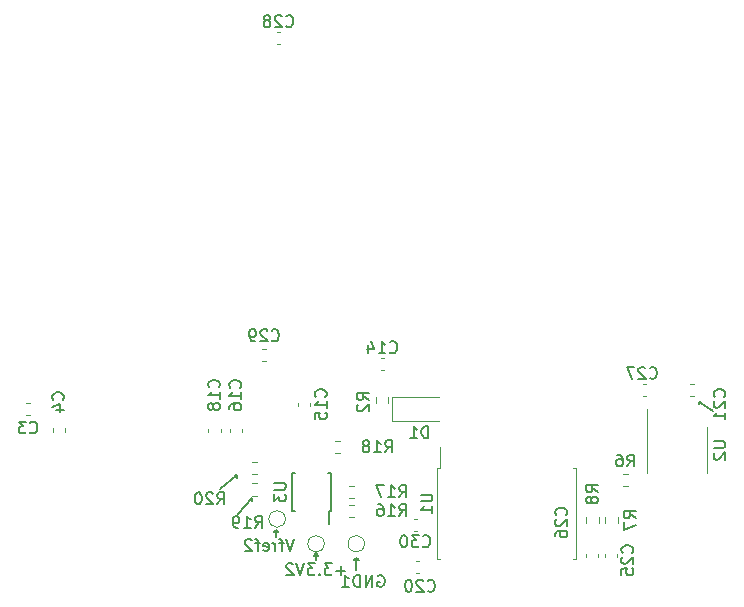
<source format=gbo>
%TF.GenerationSoftware,KiCad,Pcbnew,7.0.5*%
%TF.CreationDate,2023-08-04T21:05:34+03:00*%
%TF.ProjectId,ltp_kikad,6c74705f-6b69-46b6-9164-2e6b69636164,rev?*%
%TF.SameCoordinates,Original*%
%TF.FileFunction,Legend,Bot*%
%TF.FilePolarity,Positive*%
%FSLAX46Y46*%
G04 Gerber Fmt 4.6, Leading zero omitted, Abs format (unit mm)*
G04 Created by KiCad (PCBNEW 7.0.5) date 2023-08-04 21:05:34*
%MOMM*%
%LPD*%
G01*
G04 APERTURE LIST*
%ADD10C,0.150000*%
%ADD11C,0.120000*%
G04 APERTURE END LIST*
D10*
X152187000Y-105800000D02*
X152387000Y-106000000D01*
X143187000Y-100800000D02*
X143374500Y-100761250D01*
X142087000Y-98800000D02*
X142087000Y-99000000D01*
X143374500Y-100761250D02*
X143387000Y-101000000D01*
X142087000Y-99000000D02*
X141887000Y-98800000D01*
X151987000Y-106000000D02*
X152187000Y-105800000D01*
X181187000Y-92600000D02*
X181387000Y-92600000D01*
X143387000Y-101000000D02*
X143187000Y-100800000D01*
X152387000Y-106000000D02*
X151987000Y-106000000D01*
X148987000Y-105600000D02*
X148587000Y-105600000D01*
X141887000Y-98800000D02*
X142087000Y-98800000D01*
X142087000Y-98800000D02*
X140687000Y-100000000D01*
X181187000Y-92600000D02*
X181187000Y-92800000D01*
X148787000Y-105400000D02*
X148787000Y-106000000D01*
X181187000Y-92600000D02*
X182387000Y-93400000D01*
X145387000Y-103400000D02*
X145387000Y-104000000D01*
X145387000Y-104000000D02*
X145387000Y-103400000D01*
X148587000Y-105600000D02*
X148787000Y-105400000D01*
X181187000Y-92800000D02*
X181387000Y-92600000D01*
X145187000Y-103600000D02*
X145387000Y-103400000D01*
X152187000Y-106800000D02*
X152187000Y-105800000D01*
X148787000Y-105400000D02*
X148987000Y-105600000D01*
X145587000Y-103600000D02*
X145187000Y-103600000D01*
X143374500Y-100761250D02*
X142199500Y-102038750D01*
X145387000Y-103400000D02*
X145587000Y-103600000D01*
%TO.C,D1*%
X158275094Y-95654819D02*
X158275094Y-94654819D01*
X158275094Y-94654819D02*
X158036999Y-94654819D01*
X158036999Y-94654819D02*
X157894142Y-94702438D01*
X157894142Y-94702438D02*
X157798904Y-94797676D01*
X157798904Y-94797676D02*
X157751285Y-94892914D01*
X157751285Y-94892914D02*
X157703666Y-95083390D01*
X157703666Y-95083390D02*
X157703666Y-95226247D01*
X157703666Y-95226247D02*
X157751285Y-95416723D01*
X157751285Y-95416723D02*
X157798904Y-95511961D01*
X157798904Y-95511961D02*
X157894142Y-95607200D01*
X157894142Y-95607200D02*
X158036999Y-95654819D01*
X158036999Y-95654819D02*
X158275094Y-95654819D01*
X156751285Y-95654819D02*
X157322713Y-95654819D01*
X157036999Y-95654819D02*
X157036999Y-94654819D01*
X157036999Y-94654819D02*
X157132237Y-94797676D01*
X157132237Y-94797676D02*
X157227475Y-94892914D01*
X157227475Y-94892914D02*
X157322713Y-94940533D01*
%TO.C,U2*%
X182441819Y-95913095D02*
X183251342Y-95913095D01*
X183251342Y-95913095D02*
X183346580Y-95960714D01*
X183346580Y-95960714D02*
X183394200Y-96008333D01*
X183394200Y-96008333D02*
X183441819Y-96103571D01*
X183441819Y-96103571D02*
X183441819Y-96294047D01*
X183441819Y-96294047D02*
X183394200Y-96389285D01*
X183394200Y-96389285D02*
X183346580Y-96436904D01*
X183346580Y-96436904D02*
X183251342Y-96484523D01*
X183251342Y-96484523D02*
X182441819Y-96484523D01*
X182537057Y-96913095D02*
X182489438Y-96960714D01*
X182489438Y-96960714D02*
X182441819Y-97055952D01*
X182441819Y-97055952D02*
X182441819Y-97294047D01*
X182441819Y-97294047D02*
X182489438Y-97389285D01*
X182489438Y-97389285D02*
X182537057Y-97436904D01*
X182537057Y-97436904D02*
X182632295Y-97484523D01*
X182632295Y-97484523D02*
X182727533Y-97484523D01*
X182727533Y-97484523D02*
X182870390Y-97436904D01*
X182870390Y-97436904D02*
X183441819Y-96865476D01*
X183441819Y-96865476D02*
X183441819Y-97484523D01*
%TO.C,C25*%
X175546580Y-105357142D02*
X175594200Y-105309523D01*
X175594200Y-105309523D02*
X175641819Y-105166666D01*
X175641819Y-105166666D02*
X175641819Y-105071428D01*
X175641819Y-105071428D02*
X175594200Y-104928571D01*
X175594200Y-104928571D02*
X175498961Y-104833333D01*
X175498961Y-104833333D02*
X175403723Y-104785714D01*
X175403723Y-104785714D02*
X175213247Y-104738095D01*
X175213247Y-104738095D02*
X175070390Y-104738095D01*
X175070390Y-104738095D02*
X174879914Y-104785714D01*
X174879914Y-104785714D02*
X174784676Y-104833333D01*
X174784676Y-104833333D02*
X174689438Y-104928571D01*
X174689438Y-104928571D02*
X174641819Y-105071428D01*
X174641819Y-105071428D02*
X174641819Y-105166666D01*
X174641819Y-105166666D02*
X174689438Y-105309523D01*
X174689438Y-105309523D02*
X174737057Y-105357142D01*
X174737057Y-105738095D02*
X174689438Y-105785714D01*
X174689438Y-105785714D02*
X174641819Y-105880952D01*
X174641819Y-105880952D02*
X174641819Y-106119047D01*
X174641819Y-106119047D02*
X174689438Y-106214285D01*
X174689438Y-106214285D02*
X174737057Y-106261904D01*
X174737057Y-106261904D02*
X174832295Y-106309523D01*
X174832295Y-106309523D02*
X174927533Y-106309523D01*
X174927533Y-106309523D02*
X175070390Y-106261904D01*
X175070390Y-106261904D02*
X175641819Y-105690476D01*
X175641819Y-105690476D02*
X175641819Y-106309523D01*
X174641819Y-107214285D02*
X174641819Y-106738095D01*
X174641819Y-106738095D02*
X175118009Y-106690476D01*
X175118009Y-106690476D02*
X175070390Y-106738095D01*
X175070390Y-106738095D02*
X175022771Y-106833333D01*
X175022771Y-106833333D02*
X175022771Y-107071428D01*
X175022771Y-107071428D02*
X175070390Y-107166666D01*
X175070390Y-107166666D02*
X175118009Y-107214285D01*
X175118009Y-107214285D02*
X175213247Y-107261904D01*
X175213247Y-107261904D02*
X175451342Y-107261904D01*
X175451342Y-107261904D02*
X175546580Y-107214285D01*
X175546580Y-107214285D02*
X175594200Y-107166666D01*
X175594200Y-107166666D02*
X175641819Y-107071428D01*
X175641819Y-107071428D02*
X175641819Y-106833333D01*
X175641819Y-106833333D02*
X175594200Y-106738095D01*
X175594200Y-106738095D02*
X175546580Y-106690476D01*
%TO.C,C15*%
X149576580Y-92157142D02*
X149624200Y-92109523D01*
X149624200Y-92109523D02*
X149671819Y-91966666D01*
X149671819Y-91966666D02*
X149671819Y-91871428D01*
X149671819Y-91871428D02*
X149624200Y-91728571D01*
X149624200Y-91728571D02*
X149528961Y-91633333D01*
X149528961Y-91633333D02*
X149433723Y-91585714D01*
X149433723Y-91585714D02*
X149243247Y-91538095D01*
X149243247Y-91538095D02*
X149100390Y-91538095D01*
X149100390Y-91538095D02*
X148909914Y-91585714D01*
X148909914Y-91585714D02*
X148814676Y-91633333D01*
X148814676Y-91633333D02*
X148719438Y-91728571D01*
X148719438Y-91728571D02*
X148671819Y-91871428D01*
X148671819Y-91871428D02*
X148671819Y-91966666D01*
X148671819Y-91966666D02*
X148719438Y-92109523D01*
X148719438Y-92109523D02*
X148767057Y-92157142D01*
X149671819Y-93109523D02*
X149671819Y-92538095D01*
X149671819Y-92823809D02*
X148671819Y-92823809D01*
X148671819Y-92823809D02*
X148814676Y-92728571D01*
X148814676Y-92728571D02*
X148909914Y-92633333D01*
X148909914Y-92633333D02*
X148957533Y-92538095D01*
X148671819Y-94014285D02*
X148671819Y-93538095D01*
X148671819Y-93538095D02*
X149148009Y-93490476D01*
X149148009Y-93490476D02*
X149100390Y-93538095D01*
X149100390Y-93538095D02*
X149052771Y-93633333D01*
X149052771Y-93633333D02*
X149052771Y-93871428D01*
X149052771Y-93871428D02*
X149100390Y-93966666D01*
X149100390Y-93966666D02*
X149148009Y-94014285D01*
X149148009Y-94014285D02*
X149243247Y-94061904D01*
X149243247Y-94061904D02*
X149481342Y-94061904D01*
X149481342Y-94061904D02*
X149576580Y-94014285D01*
X149576580Y-94014285D02*
X149624200Y-93966666D01*
X149624200Y-93966666D02*
X149671819Y-93871428D01*
X149671819Y-93871428D02*
X149671819Y-93633333D01*
X149671819Y-93633333D02*
X149624200Y-93538095D01*
X149624200Y-93538095D02*
X149576580Y-93490476D01*
%TO.C,C14*%
X155029857Y-88359580D02*
X155077476Y-88407200D01*
X155077476Y-88407200D02*
X155220333Y-88454819D01*
X155220333Y-88454819D02*
X155315571Y-88454819D01*
X155315571Y-88454819D02*
X155458428Y-88407200D01*
X155458428Y-88407200D02*
X155553666Y-88311961D01*
X155553666Y-88311961D02*
X155601285Y-88216723D01*
X155601285Y-88216723D02*
X155648904Y-88026247D01*
X155648904Y-88026247D02*
X155648904Y-87883390D01*
X155648904Y-87883390D02*
X155601285Y-87692914D01*
X155601285Y-87692914D02*
X155553666Y-87597676D01*
X155553666Y-87597676D02*
X155458428Y-87502438D01*
X155458428Y-87502438D02*
X155315571Y-87454819D01*
X155315571Y-87454819D02*
X155220333Y-87454819D01*
X155220333Y-87454819D02*
X155077476Y-87502438D01*
X155077476Y-87502438D02*
X155029857Y-87550057D01*
X154077476Y-88454819D02*
X154648904Y-88454819D01*
X154363190Y-88454819D02*
X154363190Y-87454819D01*
X154363190Y-87454819D02*
X154458428Y-87597676D01*
X154458428Y-87597676D02*
X154553666Y-87692914D01*
X154553666Y-87692914D02*
X154648904Y-87740533D01*
X153220333Y-87788152D02*
X153220333Y-88454819D01*
X153458428Y-87407200D02*
X153696523Y-88121485D01*
X153696523Y-88121485D02*
X153077476Y-88121485D01*
%TO.C,C28*%
X146254857Y-60759580D02*
X146302476Y-60807200D01*
X146302476Y-60807200D02*
X146445333Y-60854819D01*
X146445333Y-60854819D02*
X146540571Y-60854819D01*
X146540571Y-60854819D02*
X146683428Y-60807200D01*
X146683428Y-60807200D02*
X146778666Y-60711961D01*
X146778666Y-60711961D02*
X146826285Y-60616723D01*
X146826285Y-60616723D02*
X146873904Y-60426247D01*
X146873904Y-60426247D02*
X146873904Y-60283390D01*
X146873904Y-60283390D02*
X146826285Y-60092914D01*
X146826285Y-60092914D02*
X146778666Y-59997676D01*
X146778666Y-59997676D02*
X146683428Y-59902438D01*
X146683428Y-59902438D02*
X146540571Y-59854819D01*
X146540571Y-59854819D02*
X146445333Y-59854819D01*
X146445333Y-59854819D02*
X146302476Y-59902438D01*
X146302476Y-59902438D02*
X146254857Y-59950057D01*
X145873904Y-59950057D02*
X145826285Y-59902438D01*
X145826285Y-59902438D02*
X145731047Y-59854819D01*
X145731047Y-59854819D02*
X145492952Y-59854819D01*
X145492952Y-59854819D02*
X145397714Y-59902438D01*
X145397714Y-59902438D02*
X145350095Y-59950057D01*
X145350095Y-59950057D02*
X145302476Y-60045295D01*
X145302476Y-60045295D02*
X145302476Y-60140533D01*
X145302476Y-60140533D02*
X145350095Y-60283390D01*
X145350095Y-60283390D02*
X145921523Y-60854819D01*
X145921523Y-60854819D02*
X145302476Y-60854819D01*
X144731047Y-60283390D02*
X144826285Y-60235771D01*
X144826285Y-60235771D02*
X144873904Y-60188152D01*
X144873904Y-60188152D02*
X144921523Y-60092914D01*
X144921523Y-60092914D02*
X144921523Y-60045295D01*
X144921523Y-60045295D02*
X144873904Y-59950057D01*
X144873904Y-59950057D02*
X144826285Y-59902438D01*
X144826285Y-59902438D02*
X144731047Y-59854819D01*
X144731047Y-59854819D02*
X144540571Y-59854819D01*
X144540571Y-59854819D02*
X144445333Y-59902438D01*
X144445333Y-59902438D02*
X144397714Y-59950057D01*
X144397714Y-59950057D02*
X144350095Y-60045295D01*
X144350095Y-60045295D02*
X144350095Y-60092914D01*
X144350095Y-60092914D02*
X144397714Y-60188152D01*
X144397714Y-60188152D02*
X144445333Y-60235771D01*
X144445333Y-60235771D02*
X144540571Y-60283390D01*
X144540571Y-60283390D02*
X144731047Y-60283390D01*
X144731047Y-60283390D02*
X144826285Y-60331009D01*
X144826285Y-60331009D02*
X144873904Y-60378628D01*
X144873904Y-60378628D02*
X144921523Y-60473866D01*
X144921523Y-60473866D02*
X144921523Y-60664342D01*
X144921523Y-60664342D02*
X144873904Y-60759580D01*
X144873904Y-60759580D02*
X144826285Y-60807200D01*
X144826285Y-60807200D02*
X144731047Y-60854819D01*
X144731047Y-60854819D02*
X144540571Y-60854819D01*
X144540571Y-60854819D02*
X144445333Y-60807200D01*
X144445333Y-60807200D02*
X144397714Y-60759580D01*
X144397714Y-60759580D02*
X144350095Y-60664342D01*
X144350095Y-60664342D02*
X144350095Y-60473866D01*
X144350095Y-60473866D02*
X144397714Y-60378628D01*
X144397714Y-60378628D02*
X144445333Y-60331009D01*
X144445333Y-60331009D02*
X144540571Y-60283390D01*
%TO.C,R6*%
X175153666Y-98054819D02*
X175486999Y-97578628D01*
X175725094Y-98054819D02*
X175725094Y-97054819D01*
X175725094Y-97054819D02*
X175344142Y-97054819D01*
X175344142Y-97054819D02*
X175248904Y-97102438D01*
X175248904Y-97102438D02*
X175201285Y-97150057D01*
X175201285Y-97150057D02*
X175153666Y-97245295D01*
X175153666Y-97245295D02*
X175153666Y-97388152D01*
X175153666Y-97388152D02*
X175201285Y-97483390D01*
X175201285Y-97483390D02*
X175248904Y-97531009D01*
X175248904Y-97531009D02*
X175344142Y-97578628D01*
X175344142Y-97578628D02*
X175725094Y-97578628D01*
X174296523Y-97054819D02*
X174486999Y-97054819D01*
X174486999Y-97054819D02*
X174582237Y-97102438D01*
X174582237Y-97102438D02*
X174629856Y-97150057D01*
X174629856Y-97150057D02*
X174725094Y-97292914D01*
X174725094Y-97292914D02*
X174772713Y-97483390D01*
X174772713Y-97483390D02*
X174772713Y-97864342D01*
X174772713Y-97864342D02*
X174725094Y-97959580D01*
X174725094Y-97959580D02*
X174677475Y-98007200D01*
X174677475Y-98007200D02*
X174582237Y-98054819D01*
X174582237Y-98054819D02*
X174391761Y-98054819D01*
X174391761Y-98054819D02*
X174296523Y-98007200D01*
X174296523Y-98007200D02*
X174248904Y-97959580D01*
X174248904Y-97959580D02*
X174201285Y-97864342D01*
X174201285Y-97864342D02*
X174201285Y-97626247D01*
X174201285Y-97626247D02*
X174248904Y-97531009D01*
X174248904Y-97531009D02*
X174296523Y-97483390D01*
X174296523Y-97483390D02*
X174391761Y-97435771D01*
X174391761Y-97435771D02*
X174582237Y-97435771D01*
X174582237Y-97435771D02*
X174677475Y-97483390D01*
X174677475Y-97483390D02*
X174725094Y-97531009D01*
X174725094Y-97531009D02*
X174772713Y-97626247D01*
%TO.C,C27*%
X177029857Y-90559580D02*
X177077476Y-90607200D01*
X177077476Y-90607200D02*
X177220333Y-90654819D01*
X177220333Y-90654819D02*
X177315571Y-90654819D01*
X177315571Y-90654819D02*
X177458428Y-90607200D01*
X177458428Y-90607200D02*
X177553666Y-90511961D01*
X177553666Y-90511961D02*
X177601285Y-90416723D01*
X177601285Y-90416723D02*
X177648904Y-90226247D01*
X177648904Y-90226247D02*
X177648904Y-90083390D01*
X177648904Y-90083390D02*
X177601285Y-89892914D01*
X177601285Y-89892914D02*
X177553666Y-89797676D01*
X177553666Y-89797676D02*
X177458428Y-89702438D01*
X177458428Y-89702438D02*
X177315571Y-89654819D01*
X177315571Y-89654819D02*
X177220333Y-89654819D01*
X177220333Y-89654819D02*
X177077476Y-89702438D01*
X177077476Y-89702438D02*
X177029857Y-89750057D01*
X176648904Y-89750057D02*
X176601285Y-89702438D01*
X176601285Y-89702438D02*
X176506047Y-89654819D01*
X176506047Y-89654819D02*
X176267952Y-89654819D01*
X176267952Y-89654819D02*
X176172714Y-89702438D01*
X176172714Y-89702438D02*
X176125095Y-89750057D01*
X176125095Y-89750057D02*
X176077476Y-89845295D01*
X176077476Y-89845295D02*
X176077476Y-89940533D01*
X176077476Y-89940533D02*
X176125095Y-90083390D01*
X176125095Y-90083390D02*
X176696523Y-90654819D01*
X176696523Y-90654819D02*
X176077476Y-90654819D01*
X175744142Y-89654819D02*
X175077476Y-89654819D01*
X175077476Y-89654819D02*
X175506047Y-90654819D01*
%TO.C,Vfref2*%
X146906047Y-104204819D02*
X146572714Y-105204819D01*
X146572714Y-105204819D02*
X146239381Y-104204819D01*
X146048904Y-104538152D02*
X145667952Y-104538152D01*
X145906047Y-105204819D02*
X145906047Y-104347676D01*
X145906047Y-104347676D02*
X145858428Y-104252438D01*
X145858428Y-104252438D02*
X145763190Y-104204819D01*
X145763190Y-104204819D02*
X145667952Y-104204819D01*
X145334618Y-105204819D02*
X145334618Y-104538152D01*
X145334618Y-104728628D02*
X145286999Y-104633390D01*
X145286999Y-104633390D02*
X145239380Y-104585771D01*
X145239380Y-104585771D02*
X145144142Y-104538152D01*
X145144142Y-104538152D02*
X145048904Y-104538152D01*
X144334618Y-105157200D02*
X144429856Y-105204819D01*
X144429856Y-105204819D02*
X144620332Y-105204819D01*
X144620332Y-105204819D02*
X144715570Y-105157200D01*
X144715570Y-105157200D02*
X144763189Y-105061961D01*
X144763189Y-105061961D02*
X144763189Y-104681009D01*
X144763189Y-104681009D02*
X144715570Y-104585771D01*
X144715570Y-104585771D02*
X144620332Y-104538152D01*
X144620332Y-104538152D02*
X144429856Y-104538152D01*
X144429856Y-104538152D02*
X144334618Y-104585771D01*
X144334618Y-104585771D02*
X144286999Y-104681009D01*
X144286999Y-104681009D02*
X144286999Y-104776247D01*
X144286999Y-104776247D02*
X144763189Y-104871485D01*
X144001284Y-104538152D02*
X143620332Y-104538152D01*
X143858427Y-105204819D02*
X143858427Y-104347676D01*
X143858427Y-104347676D02*
X143810808Y-104252438D01*
X143810808Y-104252438D02*
X143715570Y-104204819D01*
X143715570Y-104204819D02*
X143620332Y-104204819D01*
X143334617Y-104300057D02*
X143286998Y-104252438D01*
X143286998Y-104252438D02*
X143191760Y-104204819D01*
X143191760Y-104204819D02*
X142953665Y-104204819D01*
X142953665Y-104204819D02*
X142858427Y-104252438D01*
X142858427Y-104252438D02*
X142810808Y-104300057D01*
X142810808Y-104300057D02*
X142763189Y-104395295D01*
X142763189Y-104395295D02*
X142763189Y-104490533D01*
X142763189Y-104490533D02*
X142810808Y-104633390D01*
X142810808Y-104633390D02*
X143382236Y-105204819D01*
X143382236Y-105204819D02*
X142763189Y-105204819D01*
%TO.C,+3.3V2*%
X151263189Y-106873866D02*
X150501285Y-106873866D01*
X150882237Y-107254819D02*
X150882237Y-106492914D01*
X150120332Y-106254819D02*
X149501285Y-106254819D01*
X149501285Y-106254819D02*
X149834618Y-106635771D01*
X149834618Y-106635771D02*
X149691761Y-106635771D01*
X149691761Y-106635771D02*
X149596523Y-106683390D01*
X149596523Y-106683390D02*
X149548904Y-106731009D01*
X149548904Y-106731009D02*
X149501285Y-106826247D01*
X149501285Y-106826247D02*
X149501285Y-107064342D01*
X149501285Y-107064342D02*
X149548904Y-107159580D01*
X149548904Y-107159580D02*
X149596523Y-107207200D01*
X149596523Y-107207200D02*
X149691761Y-107254819D01*
X149691761Y-107254819D02*
X149977475Y-107254819D01*
X149977475Y-107254819D02*
X150072713Y-107207200D01*
X150072713Y-107207200D02*
X150120332Y-107159580D01*
X149072713Y-107159580D02*
X149025094Y-107207200D01*
X149025094Y-107207200D02*
X149072713Y-107254819D01*
X149072713Y-107254819D02*
X149120332Y-107207200D01*
X149120332Y-107207200D02*
X149072713Y-107159580D01*
X149072713Y-107159580D02*
X149072713Y-107254819D01*
X148691761Y-106254819D02*
X148072714Y-106254819D01*
X148072714Y-106254819D02*
X148406047Y-106635771D01*
X148406047Y-106635771D02*
X148263190Y-106635771D01*
X148263190Y-106635771D02*
X148167952Y-106683390D01*
X148167952Y-106683390D02*
X148120333Y-106731009D01*
X148120333Y-106731009D02*
X148072714Y-106826247D01*
X148072714Y-106826247D02*
X148072714Y-107064342D01*
X148072714Y-107064342D02*
X148120333Y-107159580D01*
X148120333Y-107159580D02*
X148167952Y-107207200D01*
X148167952Y-107207200D02*
X148263190Y-107254819D01*
X148263190Y-107254819D02*
X148548904Y-107254819D01*
X148548904Y-107254819D02*
X148644142Y-107207200D01*
X148644142Y-107207200D02*
X148691761Y-107159580D01*
X147786999Y-106254819D02*
X147453666Y-107254819D01*
X147453666Y-107254819D02*
X147120333Y-106254819D01*
X146834618Y-106350057D02*
X146786999Y-106302438D01*
X146786999Y-106302438D02*
X146691761Y-106254819D01*
X146691761Y-106254819D02*
X146453666Y-106254819D01*
X146453666Y-106254819D02*
X146358428Y-106302438D01*
X146358428Y-106302438D02*
X146310809Y-106350057D01*
X146310809Y-106350057D02*
X146263190Y-106445295D01*
X146263190Y-106445295D02*
X146263190Y-106540533D01*
X146263190Y-106540533D02*
X146310809Y-106683390D01*
X146310809Y-106683390D02*
X146882237Y-107254819D01*
X146882237Y-107254819D02*
X146263190Y-107254819D01*
%TO.C,R17*%
X155829857Y-100654819D02*
X156163190Y-100178628D01*
X156401285Y-100654819D02*
X156401285Y-99654819D01*
X156401285Y-99654819D02*
X156020333Y-99654819D01*
X156020333Y-99654819D02*
X155925095Y-99702438D01*
X155925095Y-99702438D02*
X155877476Y-99750057D01*
X155877476Y-99750057D02*
X155829857Y-99845295D01*
X155829857Y-99845295D02*
X155829857Y-99988152D01*
X155829857Y-99988152D02*
X155877476Y-100083390D01*
X155877476Y-100083390D02*
X155925095Y-100131009D01*
X155925095Y-100131009D02*
X156020333Y-100178628D01*
X156020333Y-100178628D02*
X156401285Y-100178628D01*
X154877476Y-100654819D02*
X155448904Y-100654819D01*
X155163190Y-100654819D02*
X155163190Y-99654819D01*
X155163190Y-99654819D02*
X155258428Y-99797676D01*
X155258428Y-99797676D02*
X155353666Y-99892914D01*
X155353666Y-99892914D02*
X155448904Y-99940533D01*
X154544142Y-99654819D02*
X153877476Y-99654819D01*
X153877476Y-99654819D02*
X154306047Y-100654819D01*
%TO.C,C29*%
X145029857Y-87359580D02*
X145077476Y-87407200D01*
X145077476Y-87407200D02*
X145220333Y-87454819D01*
X145220333Y-87454819D02*
X145315571Y-87454819D01*
X145315571Y-87454819D02*
X145458428Y-87407200D01*
X145458428Y-87407200D02*
X145553666Y-87311961D01*
X145553666Y-87311961D02*
X145601285Y-87216723D01*
X145601285Y-87216723D02*
X145648904Y-87026247D01*
X145648904Y-87026247D02*
X145648904Y-86883390D01*
X145648904Y-86883390D02*
X145601285Y-86692914D01*
X145601285Y-86692914D02*
X145553666Y-86597676D01*
X145553666Y-86597676D02*
X145458428Y-86502438D01*
X145458428Y-86502438D02*
X145315571Y-86454819D01*
X145315571Y-86454819D02*
X145220333Y-86454819D01*
X145220333Y-86454819D02*
X145077476Y-86502438D01*
X145077476Y-86502438D02*
X145029857Y-86550057D01*
X144648904Y-86550057D02*
X144601285Y-86502438D01*
X144601285Y-86502438D02*
X144506047Y-86454819D01*
X144506047Y-86454819D02*
X144267952Y-86454819D01*
X144267952Y-86454819D02*
X144172714Y-86502438D01*
X144172714Y-86502438D02*
X144125095Y-86550057D01*
X144125095Y-86550057D02*
X144077476Y-86645295D01*
X144077476Y-86645295D02*
X144077476Y-86740533D01*
X144077476Y-86740533D02*
X144125095Y-86883390D01*
X144125095Y-86883390D02*
X144696523Y-87454819D01*
X144696523Y-87454819D02*
X144077476Y-87454819D01*
X143601285Y-87454819D02*
X143410809Y-87454819D01*
X143410809Y-87454819D02*
X143315571Y-87407200D01*
X143315571Y-87407200D02*
X143267952Y-87359580D01*
X143267952Y-87359580D02*
X143172714Y-87216723D01*
X143172714Y-87216723D02*
X143125095Y-87026247D01*
X143125095Y-87026247D02*
X143125095Y-86645295D01*
X143125095Y-86645295D02*
X143172714Y-86550057D01*
X143172714Y-86550057D02*
X143220333Y-86502438D01*
X143220333Y-86502438D02*
X143315571Y-86454819D01*
X143315571Y-86454819D02*
X143506047Y-86454819D01*
X143506047Y-86454819D02*
X143601285Y-86502438D01*
X143601285Y-86502438D02*
X143648904Y-86550057D01*
X143648904Y-86550057D02*
X143696523Y-86645295D01*
X143696523Y-86645295D02*
X143696523Y-86883390D01*
X143696523Y-86883390D02*
X143648904Y-86978628D01*
X143648904Y-86978628D02*
X143601285Y-87026247D01*
X143601285Y-87026247D02*
X143506047Y-87073866D01*
X143506047Y-87073866D02*
X143315571Y-87073866D01*
X143315571Y-87073866D02*
X143220333Y-87026247D01*
X143220333Y-87026247D02*
X143172714Y-86978628D01*
X143172714Y-86978628D02*
X143125095Y-86883390D01*
%TO.C,C16*%
X142346580Y-91382142D02*
X142394200Y-91334523D01*
X142394200Y-91334523D02*
X142441819Y-91191666D01*
X142441819Y-91191666D02*
X142441819Y-91096428D01*
X142441819Y-91096428D02*
X142394200Y-90953571D01*
X142394200Y-90953571D02*
X142298961Y-90858333D01*
X142298961Y-90858333D02*
X142203723Y-90810714D01*
X142203723Y-90810714D02*
X142013247Y-90763095D01*
X142013247Y-90763095D02*
X141870390Y-90763095D01*
X141870390Y-90763095D02*
X141679914Y-90810714D01*
X141679914Y-90810714D02*
X141584676Y-90858333D01*
X141584676Y-90858333D02*
X141489438Y-90953571D01*
X141489438Y-90953571D02*
X141441819Y-91096428D01*
X141441819Y-91096428D02*
X141441819Y-91191666D01*
X141441819Y-91191666D02*
X141489438Y-91334523D01*
X141489438Y-91334523D02*
X141537057Y-91382142D01*
X142441819Y-92334523D02*
X142441819Y-91763095D01*
X142441819Y-92048809D02*
X141441819Y-92048809D01*
X141441819Y-92048809D02*
X141584676Y-91953571D01*
X141584676Y-91953571D02*
X141679914Y-91858333D01*
X141679914Y-91858333D02*
X141727533Y-91763095D01*
X141441819Y-93191666D02*
X141441819Y-93001190D01*
X141441819Y-93001190D02*
X141489438Y-92905952D01*
X141489438Y-92905952D02*
X141537057Y-92858333D01*
X141537057Y-92858333D02*
X141679914Y-92763095D01*
X141679914Y-92763095D02*
X141870390Y-92715476D01*
X141870390Y-92715476D02*
X142251342Y-92715476D01*
X142251342Y-92715476D02*
X142346580Y-92763095D01*
X142346580Y-92763095D02*
X142394200Y-92810714D01*
X142394200Y-92810714D02*
X142441819Y-92905952D01*
X142441819Y-92905952D02*
X142441819Y-93096428D01*
X142441819Y-93096428D02*
X142394200Y-93191666D01*
X142394200Y-93191666D02*
X142346580Y-93239285D01*
X142346580Y-93239285D02*
X142251342Y-93286904D01*
X142251342Y-93286904D02*
X142013247Y-93286904D01*
X142013247Y-93286904D02*
X141918009Y-93239285D01*
X141918009Y-93239285D02*
X141870390Y-93191666D01*
X141870390Y-93191666D02*
X141822771Y-93096428D01*
X141822771Y-93096428D02*
X141822771Y-92905952D01*
X141822771Y-92905952D02*
X141870390Y-92810714D01*
X141870390Y-92810714D02*
X141918009Y-92763095D01*
X141918009Y-92763095D02*
X142013247Y-92715476D01*
%TO.C,R20*%
X140429857Y-101254819D02*
X140763190Y-100778628D01*
X141001285Y-101254819D02*
X141001285Y-100254819D01*
X141001285Y-100254819D02*
X140620333Y-100254819D01*
X140620333Y-100254819D02*
X140525095Y-100302438D01*
X140525095Y-100302438D02*
X140477476Y-100350057D01*
X140477476Y-100350057D02*
X140429857Y-100445295D01*
X140429857Y-100445295D02*
X140429857Y-100588152D01*
X140429857Y-100588152D02*
X140477476Y-100683390D01*
X140477476Y-100683390D02*
X140525095Y-100731009D01*
X140525095Y-100731009D02*
X140620333Y-100778628D01*
X140620333Y-100778628D02*
X141001285Y-100778628D01*
X140048904Y-100350057D02*
X140001285Y-100302438D01*
X140001285Y-100302438D02*
X139906047Y-100254819D01*
X139906047Y-100254819D02*
X139667952Y-100254819D01*
X139667952Y-100254819D02*
X139572714Y-100302438D01*
X139572714Y-100302438D02*
X139525095Y-100350057D01*
X139525095Y-100350057D02*
X139477476Y-100445295D01*
X139477476Y-100445295D02*
X139477476Y-100540533D01*
X139477476Y-100540533D02*
X139525095Y-100683390D01*
X139525095Y-100683390D02*
X140096523Y-101254819D01*
X140096523Y-101254819D02*
X139477476Y-101254819D01*
X138858428Y-100254819D02*
X138763190Y-100254819D01*
X138763190Y-100254819D02*
X138667952Y-100302438D01*
X138667952Y-100302438D02*
X138620333Y-100350057D01*
X138620333Y-100350057D02*
X138572714Y-100445295D01*
X138572714Y-100445295D02*
X138525095Y-100635771D01*
X138525095Y-100635771D02*
X138525095Y-100873866D01*
X138525095Y-100873866D02*
X138572714Y-101064342D01*
X138572714Y-101064342D02*
X138620333Y-101159580D01*
X138620333Y-101159580D02*
X138667952Y-101207200D01*
X138667952Y-101207200D02*
X138763190Y-101254819D01*
X138763190Y-101254819D02*
X138858428Y-101254819D01*
X138858428Y-101254819D02*
X138953666Y-101207200D01*
X138953666Y-101207200D02*
X139001285Y-101159580D01*
X139001285Y-101159580D02*
X139048904Y-101064342D01*
X139048904Y-101064342D02*
X139096523Y-100873866D01*
X139096523Y-100873866D02*
X139096523Y-100635771D01*
X139096523Y-100635771D02*
X139048904Y-100445295D01*
X139048904Y-100445295D02*
X139001285Y-100350057D01*
X139001285Y-100350057D02*
X138953666Y-100302438D01*
X138953666Y-100302438D02*
X138858428Y-100254819D01*
%TO.C,C30*%
X157829857Y-104789580D02*
X157877476Y-104837200D01*
X157877476Y-104837200D02*
X158020333Y-104884819D01*
X158020333Y-104884819D02*
X158115571Y-104884819D01*
X158115571Y-104884819D02*
X158258428Y-104837200D01*
X158258428Y-104837200D02*
X158353666Y-104741961D01*
X158353666Y-104741961D02*
X158401285Y-104646723D01*
X158401285Y-104646723D02*
X158448904Y-104456247D01*
X158448904Y-104456247D02*
X158448904Y-104313390D01*
X158448904Y-104313390D02*
X158401285Y-104122914D01*
X158401285Y-104122914D02*
X158353666Y-104027676D01*
X158353666Y-104027676D02*
X158258428Y-103932438D01*
X158258428Y-103932438D02*
X158115571Y-103884819D01*
X158115571Y-103884819D02*
X158020333Y-103884819D01*
X158020333Y-103884819D02*
X157877476Y-103932438D01*
X157877476Y-103932438D02*
X157829857Y-103980057D01*
X157496523Y-103884819D02*
X156877476Y-103884819D01*
X156877476Y-103884819D02*
X157210809Y-104265771D01*
X157210809Y-104265771D02*
X157067952Y-104265771D01*
X157067952Y-104265771D02*
X156972714Y-104313390D01*
X156972714Y-104313390D02*
X156925095Y-104361009D01*
X156925095Y-104361009D02*
X156877476Y-104456247D01*
X156877476Y-104456247D02*
X156877476Y-104694342D01*
X156877476Y-104694342D02*
X156925095Y-104789580D01*
X156925095Y-104789580D02*
X156972714Y-104837200D01*
X156972714Y-104837200D02*
X157067952Y-104884819D01*
X157067952Y-104884819D02*
X157353666Y-104884819D01*
X157353666Y-104884819D02*
X157448904Y-104837200D01*
X157448904Y-104837200D02*
X157496523Y-104789580D01*
X156258428Y-103884819D02*
X156163190Y-103884819D01*
X156163190Y-103884819D02*
X156067952Y-103932438D01*
X156067952Y-103932438D02*
X156020333Y-103980057D01*
X156020333Y-103980057D02*
X155972714Y-104075295D01*
X155972714Y-104075295D02*
X155925095Y-104265771D01*
X155925095Y-104265771D02*
X155925095Y-104503866D01*
X155925095Y-104503866D02*
X155972714Y-104694342D01*
X155972714Y-104694342D02*
X156020333Y-104789580D01*
X156020333Y-104789580D02*
X156067952Y-104837200D01*
X156067952Y-104837200D02*
X156163190Y-104884819D01*
X156163190Y-104884819D02*
X156258428Y-104884819D01*
X156258428Y-104884819D02*
X156353666Y-104837200D01*
X156353666Y-104837200D02*
X156401285Y-104789580D01*
X156401285Y-104789580D02*
X156448904Y-104694342D01*
X156448904Y-104694342D02*
X156496523Y-104503866D01*
X156496523Y-104503866D02*
X156496523Y-104265771D01*
X156496523Y-104265771D02*
X156448904Y-104075295D01*
X156448904Y-104075295D02*
X156401285Y-103980057D01*
X156401285Y-103980057D02*
X156353666Y-103932438D01*
X156353666Y-103932438D02*
X156258428Y-103884819D01*
%TO.C,R18*%
X154629857Y-96854819D02*
X154963190Y-96378628D01*
X155201285Y-96854819D02*
X155201285Y-95854819D01*
X155201285Y-95854819D02*
X154820333Y-95854819D01*
X154820333Y-95854819D02*
X154725095Y-95902438D01*
X154725095Y-95902438D02*
X154677476Y-95950057D01*
X154677476Y-95950057D02*
X154629857Y-96045295D01*
X154629857Y-96045295D02*
X154629857Y-96188152D01*
X154629857Y-96188152D02*
X154677476Y-96283390D01*
X154677476Y-96283390D02*
X154725095Y-96331009D01*
X154725095Y-96331009D02*
X154820333Y-96378628D01*
X154820333Y-96378628D02*
X155201285Y-96378628D01*
X153677476Y-96854819D02*
X154248904Y-96854819D01*
X153963190Y-96854819D02*
X153963190Y-95854819D01*
X153963190Y-95854819D02*
X154058428Y-95997676D01*
X154058428Y-95997676D02*
X154153666Y-96092914D01*
X154153666Y-96092914D02*
X154248904Y-96140533D01*
X153106047Y-96283390D02*
X153201285Y-96235771D01*
X153201285Y-96235771D02*
X153248904Y-96188152D01*
X153248904Y-96188152D02*
X153296523Y-96092914D01*
X153296523Y-96092914D02*
X153296523Y-96045295D01*
X153296523Y-96045295D02*
X153248904Y-95950057D01*
X153248904Y-95950057D02*
X153201285Y-95902438D01*
X153201285Y-95902438D02*
X153106047Y-95854819D01*
X153106047Y-95854819D02*
X152915571Y-95854819D01*
X152915571Y-95854819D02*
X152820333Y-95902438D01*
X152820333Y-95902438D02*
X152772714Y-95950057D01*
X152772714Y-95950057D02*
X152725095Y-96045295D01*
X152725095Y-96045295D02*
X152725095Y-96092914D01*
X152725095Y-96092914D02*
X152772714Y-96188152D01*
X152772714Y-96188152D02*
X152820333Y-96235771D01*
X152820333Y-96235771D02*
X152915571Y-96283390D01*
X152915571Y-96283390D02*
X153106047Y-96283390D01*
X153106047Y-96283390D02*
X153201285Y-96331009D01*
X153201285Y-96331009D02*
X153248904Y-96378628D01*
X153248904Y-96378628D02*
X153296523Y-96473866D01*
X153296523Y-96473866D02*
X153296523Y-96664342D01*
X153296523Y-96664342D02*
X153248904Y-96759580D01*
X153248904Y-96759580D02*
X153201285Y-96807200D01*
X153201285Y-96807200D02*
X153106047Y-96854819D01*
X153106047Y-96854819D02*
X152915571Y-96854819D01*
X152915571Y-96854819D02*
X152820333Y-96807200D01*
X152820333Y-96807200D02*
X152772714Y-96759580D01*
X152772714Y-96759580D02*
X152725095Y-96664342D01*
X152725095Y-96664342D02*
X152725095Y-96473866D01*
X152725095Y-96473866D02*
X152772714Y-96378628D01*
X152772714Y-96378628D02*
X152820333Y-96331009D01*
X152820333Y-96331009D02*
X152915571Y-96283390D01*
%TO.C,U3*%
X145241819Y-99438095D02*
X146051342Y-99438095D01*
X146051342Y-99438095D02*
X146146580Y-99485714D01*
X146146580Y-99485714D02*
X146194200Y-99533333D01*
X146194200Y-99533333D02*
X146241819Y-99628571D01*
X146241819Y-99628571D02*
X146241819Y-99819047D01*
X146241819Y-99819047D02*
X146194200Y-99914285D01*
X146194200Y-99914285D02*
X146146580Y-99961904D01*
X146146580Y-99961904D02*
X146051342Y-100009523D01*
X146051342Y-100009523D02*
X145241819Y-100009523D01*
X145241819Y-100390476D02*
X145241819Y-101009523D01*
X145241819Y-101009523D02*
X145622771Y-100676190D01*
X145622771Y-100676190D02*
X145622771Y-100819047D01*
X145622771Y-100819047D02*
X145670390Y-100914285D01*
X145670390Y-100914285D02*
X145718009Y-100961904D01*
X145718009Y-100961904D02*
X145813247Y-101009523D01*
X145813247Y-101009523D02*
X146051342Y-101009523D01*
X146051342Y-101009523D02*
X146146580Y-100961904D01*
X146146580Y-100961904D02*
X146194200Y-100914285D01*
X146194200Y-100914285D02*
X146241819Y-100819047D01*
X146241819Y-100819047D02*
X146241819Y-100533333D01*
X146241819Y-100533333D02*
X146194200Y-100438095D01*
X146194200Y-100438095D02*
X146146580Y-100390476D01*
%TO.C,C3*%
X124553666Y-95159580D02*
X124601285Y-95207200D01*
X124601285Y-95207200D02*
X124744142Y-95254819D01*
X124744142Y-95254819D02*
X124839380Y-95254819D01*
X124839380Y-95254819D02*
X124982237Y-95207200D01*
X124982237Y-95207200D02*
X125077475Y-95111961D01*
X125077475Y-95111961D02*
X125125094Y-95016723D01*
X125125094Y-95016723D02*
X125172713Y-94826247D01*
X125172713Y-94826247D02*
X125172713Y-94683390D01*
X125172713Y-94683390D02*
X125125094Y-94492914D01*
X125125094Y-94492914D02*
X125077475Y-94397676D01*
X125077475Y-94397676D02*
X124982237Y-94302438D01*
X124982237Y-94302438D02*
X124839380Y-94254819D01*
X124839380Y-94254819D02*
X124744142Y-94254819D01*
X124744142Y-94254819D02*
X124601285Y-94302438D01*
X124601285Y-94302438D02*
X124553666Y-94350057D01*
X124220332Y-94254819D02*
X123601285Y-94254819D01*
X123601285Y-94254819D02*
X123934618Y-94635771D01*
X123934618Y-94635771D02*
X123791761Y-94635771D01*
X123791761Y-94635771D02*
X123696523Y-94683390D01*
X123696523Y-94683390D02*
X123648904Y-94731009D01*
X123648904Y-94731009D02*
X123601285Y-94826247D01*
X123601285Y-94826247D02*
X123601285Y-95064342D01*
X123601285Y-95064342D02*
X123648904Y-95159580D01*
X123648904Y-95159580D02*
X123696523Y-95207200D01*
X123696523Y-95207200D02*
X123791761Y-95254819D01*
X123791761Y-95254819D02*
X124077475Y-95254819D01*
X124077475Y-95254819D02*
X124172713Y-95207200D01*
X124172713Y-95207200D02*
X124220332Y-95159580D01*
%TO.C,C21*%
X183346580Y-92157142D02*
X183394200Y-92109523D01*
X183394200Y-92109523D02*
X183441819Y-91966666D01*
X183441819Y-91966666D02*
X183441819Y-91871428D01*
X183441819Y-91871428D02*
X183394200Y-91728571D01*
X183394200Y-91728571D02*
X183298961Y-91633333D01*
X183298961Y-91633333D02*
X183203723Y-91585714D01*
X183203723Y-91585714D02*
X183013247Y-91538095D01*
X183013247Y-91538095D02*
X182870390Y-91538095D01*
X182870390Y-91538095D02*
X182679914Y-91585714D01*
X182679914Y-91585714D02*
X182584676Y-91633333D01*
X182584676Y-91633333D02*
X182489438Y-91728571D01*
X182489438Y-91728571D02*
X182441819Y-91871428D01*
X182441819Y-91871428D02*
X182441819Y-91966666D01*
X182441819Y-91966666D02*
X182489438Y-92109523D01*
X182489438Y-92109523D02*
X182537057Y-92157142D01*
X182537057Y-92538095D02*
X182489438Y-92585714D01*
X182489438Y-92585714D02*
X182441819Y-92680952D01*
X182441819Y-92680952D02*
X182441819Y-92919047D01*
X182441819Y-92919047D02*
X182489438Y-93014285D01*
X182489438Y-93014285D02*
X182537057Y-93061904D01*
X182537057Y-93061904D02*
X182632295Y-93109523D01*
X182632295Y-93109523D02*
X182727533Y-93109523D01*
X182727533Y-93109523D02*
X182870390Y-93061904D01*
X182870390Y-93061904D02*
X183441819Y-92490476D01*
X183441819Y-92490476D02*
X183441819Y-93109523D01*
X183441819Y-94061904D02*
X183441819Y-93490476D01*
X183441819Y-93776190D02*
X182441819Y-93776190D01*
X182441819Y-93776190D02*
X182584676Y-93680952D01*
X182584676Y-93680952D02*
X182679914Y-93585714D01*
X182679914Y-93585714D02*
X182727533Y-93490476D01*
%TO.C,U1*%
X157641819Y-100438095D02*
X158451342Y-100438095D01*
X158451342Y-100438095D02*
X158546580Y-100485714D01*
X158546580Y-100485714D02*
X158594200Y-100533333D01*
X158594200Y-100533333D02*
X158641819Y-100628571D01*
X158641819Y-100628571D02*
X158641819Y-100819047D01*
X158641819Y-100819047D02*
X158594200Y-100914285D01*
X158594200Y-100914285D02*
X158546580Y-100961904D01*
X158546580Y-100961904D02*
X158451342Y-101009523D01*
X158451342Y-101009523D02*
X157641819Y-101009523D01*
X158641819Y-102009523D02*
X158641819Y-101438095D01*
X158641819Y-101723809D02*
X157641819Y-101723809D01*
X157641819Y-101723809D02*
X157784676Y-101628571D01*
X157784676Y-101628571D02*
X157879914Y-101533333D01*
X157879914Y-101533333D02*
X157927533Y-101438095D01*
%TO.C,GND1*%
X154025095Y-107302438D02*
X154120333Y-107254819D01*
X154120333Y-107254819D02*
X154263190Y-107254819D01*
X154263190Y-107254819D02*
X154406047Y-107302438D01*
X154406047Y-107302438D02*
X154501285Y-107397676D01*
X154501285Y-107397676D02*
X154548904Y-107492914D01*
X154548904Y-107492914D02*
X154596523Y-107683390D01*
X154596523Y-107683390D02*
X154596523Y-107826247D01*
X154596523Y-107826247D02*
X154548904Y-108016723D01*
X154548904Y-108016723D02*
X154501285Y-108111961D01*
X154501285Y-108111961D02*
X154406047Y-108207200D01*
X154406047Y-108207200D02*
X154263190Y-108254819D01*
X154263190Y-108254819D02*
X154167952Y-108254819D01*
X154167952Y-108254819D02*
X154025095Y-108207200D01*
X154025095Y-108207200D02*
X153977476Y-108159580D01*
X153977476Y-108159580D02*
X153977476Y-107826247D01*
X153977476Y-107826247D02*
X154167952Y-107826247D01*
X153548904Y-108254819D02*
X153548904Y-107254819D01*
X153548904Y-107254819D02*
X152977476Y-108254819D01*
X152977476Y-108254819D02*
X152977476Y-107254819D01*
X152501285Y-108254819D02*
X152501285Y-107254819D01*
X152501285Y-107254819D02*
X152263190Y-107254819D01*
X152263190Y-107254819D02*
X152120333Y-107302438D01*
X152120333Y-107302438D02*
X152025095Y-107397676D01*
X152025095Y-107397676D02*
X151977476Y-107492914D01*
X151977476Y-107492914D02*
X151929857Y-107683390D01*
X151929857Y-107683390D02*
X151929857Y-107826247D01*
X151929857Y-107826247D02*
X151977476Y-108016723D01*
X151977476Y-108016723D02*
X152025095Y-108111961D01*
X152025095Y-108111961D02*
X152120333Y-108207200D01*
X152120333Y-108207200D02*
X152263190Y-108254819D01*
X152263190Y-108254819D02*
X152501285Y-108254819D01*
X150977476Y-108254819D02*
X151548904Y-108254819D01*
X151263190Y-108254819D02*
X151263190Y-107254819D01*
X151263190Y-107254819D02*
X151358428Y-107397676D01*
X151358428Y-107397676D02*
X151453666Y-107492914D01*
X151453666Y-107492914D02*
X151548904Y-107540533D01*
%TO.C,R16*%
X155829857Y-102254819D02*
X156163190Y-101778628D01*
X156401285Y-102254819D02*
X156401285Y-101254819D01*
X156401285Y-101254819D02*
X156020333Y-101254819D01*
X156020333Y-101254819D02*
X155925095Y-101302438D01*
X155925095Y-101302438D02*
X155877476Y-101350057D01*
X155877476Y-101350057D02*
X155829857Y-101445295D01*
X155829857Y-101445295D02*
X155829857Y-101588152D01*
X155829857Y-101588152D02*
X155877476Y-101683390D01*
X155877476Y-101683390D02*
X155925095Y-101731009D01*
X155925095Y-101731009D02*
X156020333Y-101778628D01*
X156020333Y-101778628D02*
X156401285Y-101778628D01*
X154877476Y-102254819D02*
X155448904Y-102254819D01*
X155163190Y-102254819D02*
X155163190Y-101254819D01*
X155163190Y-101254819D02*
X155258428Y-101397676D01*
X155258428Y-101397676D02*
X155353666Y-101492914D01*
X155353666Y-101492914D02*
X155448904Y-101540533D01*
X154020333Y-101254819D02*
X154210809Y-101254819D01*
X154210809Y-101254819D02*
X154306047Y-101302438D01*
X154306047Y-101302438D02*
X154353666Y-101350057D01*
X154353666Y-101350057D02*
X154448904Y-101492914D01*
X154448904Y-101492914D02*
X154496523Y-101683390D01*
X154496523Y-101683390D02*
X154496523Y-102064342D01*
X154496523Y-102064342D02*
X154448904Y-102159580D01*
X154448904Y-102159580D02*
X154401285Y-102207200D01*
X154401285Y-102207200D02*
X154306047Y-102254819D01*
X154306047Y-102254819D02*
X154115571Y-102254819D01*
X154115571Y-102254819D02*
X154020333Y-102207200D01*
X154020333Y-102207200D02*
X153972714Y-102159580D01*
X153972714Y-102159580D02*
X153925095Y-102064342D01*
X153925095Y-102064342D02*
X153925095Y-101826247D01*
X153925095Y-101826247D02*
X153972714Y-101731009D01*
X153972714Y-101731009D02*
X154020333Y-101683390D01*
X154020333Y-101683390D02*
X154115571Y-101635771D01*
X154115571Y-101635771D02*
X154306047Y-101635771D01*
X154306047Y-101635771D02*
X154401285Y-101683390D01*
X154401285Y-101683390D02*
X154448904Y-101731009D01*
X154448904Y-101731009D02*
X154496523Y-101826247D01*
%TO.C,C26*%
X169946580Y-102157142D02*
X169994200Y-102109523D01*
X169994200Y-102109523D02*
X170041819Y-101966666D01*
X170041819Y-101966666D02*
X170041819Y-101871428D01*
X170041819Y-101871428D02*
X169994200Y-101728571D01*
X169994200Y-101728571D02*
X169898961Y-101633333D01*
X169898961Y-101633333D02*
X169803723Y-101585714D01*
X169803723Y-101585714D02*
X169613247Y-101538095D01*
X169613247Y-101538095D02*
X169470390Y-101538095D01*
X169470390Y-101538095D02*
X169279914Y-101585714D01*
X169279914Y-101585714D02*
X169184676Y-101633333D01*
X169184676Y-101633333D02*
X169089438Y-101728571D01*
X169089438Y-101728571D02*
X169041819Y-101871428D01*
X169041819Y-101871428D02*
X169041819Y-101966666D01*
X169041819Y-101966666D02*
X169089438Y-102109523D01*
X169089438Y-102109523D02*
X169137057Y-102157142D01*
X169137057Y-102538095D02*
X169089438Y-102585714D01*
X169089438Y-102585714D02*
X169041819Y-102680952D01*
X169041819Y-102680952D02*
X169041819Y-102919047D01*
X169041819Y-102919047D02*
X169089438Y-103014285D01*
X169089438Y-103014285D02*
X169137057Y-103061904D01*
X169137057Y-103061904D02*
X169232295Y-103109523D01*
X169232295Y-103109523D02*
X169327533Y-103109523D01*
X169327533Y-103109523D02*
X169470390Y-103061904D01*
X169470390Y-103061904D02*
X170041819Y-102490476D01*
X170041819Y-102490476D02*
X170041819Y-103109523D01*
X169041819Y-103966666D02*
X169041819Y-103776190D01*
X169041819Y-103776190D02*
X169089438Y-103680952D01*
X169089438Y-103680952D02*
X169137057Y-103633333D01*
X169137057Y-103633333D02*
X169279914Y-103538095D01*
X169279914Y-103538095D02*
X169470390Y-103490476D01*
X169470390Y-103490476D02*
X169851342Y-103490476D01*
X169851342Y-103490476D02*
X169946580Y-103538095D01*
X169946580Y-103538095D02*
X169994200Y-103585714D01*
X169994200Y-103585714D02*
X170041819Y-103680952D01*
X170041819Y-103680952D02*
X170041819Y-103871428D01*
X170041819Y-103871428D02*
X169994200Y-103966666D01*
X169994200Y-103966666D02*
X169946580Y-104014285D01*
X169946580Y-104014285D02*
X169851342Y-104061904D01*
X169851342Y-104061904D02*
X169613247Y-104061904D01*
X169613247Y-104061904D02*
X169518009Y-104014285D01*
X169518009Y-104014285D02*
X169470390Y-103966666D01*
X169470390Y-103966666D02*
X169422771Y-103871428D01*
X169422771Y-103871428D02*
X169422771Y-103680952D01*
X169422771Y-103680952D02*
X169470390Y-103585714D01*
X169470390Y-103585714D02*
X169518009Y-103538095D01*
X169518009Y-103538095D02*
X169613247Y-103490476D01*
%TO.C,C20*%
X158229857Y-108559580D02*
X158277476Y-108607200D01*
X158277476Y-108607200D02*
X158420333Y-108654819D01*
X158420333Y-108654819D02*
X158515571Y-108654819D01*
X158515571Y-108654819D02*
X158658428Y-108607200D01*
X158658428Y-108607200D02*
X158753666Y-108511961D01*
X158753666Y-108511961D02*
X158801285Y-108416723D01*
X158801285Y-108416723D02*
X158848904Y-108226247D01*
X158848904Y-108226247D02*
X158848904Y-108083390D01*
X158848904Y-108083390D02*
X158801285Y-107892914D01*
X158801285Y-107892914D02*
X158753666Y-107797676D01*
X158753666Y-107797676D02*
X158658428Y-107702438D01*
X158658428Y-107702438D02*
X158515571Y-107654819D01*
X158515571Y-107654819D02*
X158420333Y-107654819D01*
X158420333Y-107654819D02*
X158277476Y-107702438D01*
X158277476Y-107702438D02*
X158229857Y-107750057D01*
X157848904Y-107750057D02*
X157801285Y-107702438D01*
X157801285Y-107702438D02*
X157706047Y-107654819D01*
X157706047Y-107654819D02*
X157467952Y-107654819D01*
X157467952Y-107654819D02*
X157372714Y-107702438D01*
X157372714Y-107702438D02*
X157325095Y-107750057D01*
X157325095Y-107750057D02*
X157277476Y-107845295D01*
X157277476Y-107845295D02*
X157277476Y-107940533D01*
X157277476Y-107940533D02*
X157325095Y-108083390D01*
X157325095Y-108083390D02*
X157896523Y-108654819D01*
X157896523Y-108654819D02*
X157277476Y-108654819D01*
X156658428Y-107654819D02*
X156563190Y-107654819D01*
X156563190Y-107654819D02*
X156467952Y-107702438D01*
X156467952Y-107702438D02*
X156420333Y-107750057D01*
X156420333Y-107750057D02*
X156372714Y-107845295D01*
X156372714Y-107845295D02*
X156325095Y-108035771D01*
X156325095Y-108035771D02*
X156325095Y-108273866D01*
X156325095Y-108273866D02*
X156372714Y-108464342D01*
X156372714Y-108464342D02*
X156420333Y-108559580D01*
X156420333Y-108559580D02*
X156467952Y-108607200D01*
X156467952Y-108607200D02*
X156563190Y-108654819D01*
X156563190Y-108654819D02*
X156658428Y-108654819D01*
X156658428Y-108654819D02*
X156753666Y-108607200D01*
X156753666Y-108607200D02*
X156801285Y-108559580D01*
X156801285Y-108559580D02*
X156848904Y-108464342D01*
X156848904Y-108464342D02*
X156896523Y-108273866D01*
X156896523Y-108273866D02*
X156896523Y-108035771D01*
X156896523Y-108035771D02*
X156848904Y-107845295D01*
X156848904Y-107845295D02*
X156801285Y-107750057D01*
X156801285Y-107750057D02*
X156753666Y-107702438D01*
X156753666Y-107702438D02*
X156658428Y-107654819D01*
%TO.C,C18*%
X140546580Y-91357142D02*
X140594200Y-91309523D01*
X140594200Y-91309523D02*
X140641819Y-91166666D01*
X140641819Y-91166666D02*
X140641819Y-91071428D01*
X140641819Y-91071428D02*
X140594200Y-90928571D01*
X140594200Y-90928571D02*
X140498961Y-90833333D01*
X140498961Y-90833333D02*
X140403723Y-90785714D01*
X140403723Y-90785714D02*
X140213247Y-90738095D01*
X140213247Y-90738095D02*
X140070390Y-90738095D01*
X140070390Y-90738095D02*
X139879914Y-90785714D01*
X139879914Y-90785714D02*
X139784676Y-90833333D01*
X139784676Y-90833333D02*
X139689438Y-90928571D01*
X139689438Y-90928571D02*
X139641819Y-91071428D01*
X139641819Y-91071428D02*
X139641819Y-91166666D01*
X139641819Y-91166666D02*
X139689438Y-91309523D01*
X139689438Y-91309523D02*
X139737057Y-91357142D01*
X140641819Y-92309523D02*
X140641819Y-91738095D01*
X140641819Y-92023809D02*
X139641819Y-92023809D01*
X139641819Y-92023809D02*
X139784676Y-91928571D01*
X139784676Y-91928571D02*
X139879914Y-91833333D01*
X139879914Y-91833333D02*
X139927533Y-91738095D01*
X140070390Y-92880952D02*
X140022771Y-92785714D01*
X140022771Y-92785714D02*
X139975152Y-92738095D01*
X139975152Y-92738095D02*
X139879914Y-92690476D01*
X139879914Y-92690476D02*
X139832295Y-92690476D01*
X139832295Y-92690476D02*
X139737057Y-92738095D01*
X139737057Y-92738095D02*
X139689438Y-92785714D01*
X139689438Y-92785714D02*
X139641819Y-92880952D01*
X139641819Y-92880952D02*
X139641819Y-93071428D01*
X139641819Y-93071428D02*
X139689438Y-93166666D01*
X139689438Y-93166666D02*
X139737057Y-93214285D01*
X139737057Y-93214285D02*
X139832295Y-93261904D01*
X139832295Y-93261904D02*
X139879914Y-93261904D01*
X139879914Y-93261904D02*
X139975152Y-93214285D01*
X139975152Y-93214285D02*
X140022771Y-93166666D01*
X140022771Y-93166666D02*
X140070390Y-93071428D01*
X140070390Y-93071428D02*
X140070390Y-92880952D01*
X140070390Y-92880952D02*
X140118009Y-92785714D01*
X140118009Y-92785714D02*
X140165628Y-92738095D01*
X140165628Y-92738095D02*
X140260866Y-92690476D01*
X140260866Y-92690476D02*
X140451342Y-92690476D01*
X140451342Y-92690476D02*
X140546580Y-92738095D01*
X140546580Y-92738095D02*
X140594200Y-92785714D01*
X140594200Y-92785714D02*
X140641819Y-92880952D01*
X140641819Y-92880952D02*
X140641819Y-93071428D01*
X140641819Y-93071428D02*
X140594200Y-93166666D01*
X140594200Y-93166666D02*
X140546580Y-93214285D01*
X140546580Y-93214285D02*
X140451342Y-93261904D01*
X140451342Y-93261904D02*
X140260866Y-93261904D01*
X140260866Y-93261904D02*
X140165628Y-93214285D01*
X140165628Y-93214285D02*
X140118009Y-93166666D01*
X140118009Y-93166666D02*
X140070390Y-93071428D01*
%TO.C,C4*%
X127346580Y-92408333D02*
X127394200Y-92360714D01*
X127394200Y-92360714D02*
X127441819Y-92217857D01*
X127441819Y-92217857D02*
X127441819Y-92122619D01*
X127441819Y-92122619D02*
X127394200Y-91979762D01*
X127394200Y-91979762D02*
X127298961Y-91884524D01*
X127298961Y-91884524D02*
X127203723Y-91836905D01*
X127203723Y-91836905D02*
X127013247Y-91789286D01*
X127013247Y-91789286D02*
X126870390Y-91789286D01*
X126870390Y-91789286D02*
X126679914Y-91836905D01*
X126679914Y-91836905D02*
X126584676Y-91884524D01*
X126584676Y-91884524D02*
X126489438Y-91979762D01*
X126489438Y-91979762D02*
X126441819Y-92122619D01*
X126441819Y-92122619D02*
X126441819Y-92217857D01*
X126441819Y-92217857D02*
X126489438Y-92360714D01*
X126489438Y-92360714D02*
X126537057Y-92408333D01*
X126775152Y-93265476D02*
X127441819Y-93265476D01*
X126394200Y-93027381D02*
X127108485Y-92789286D01*
X127108485Y-92789286D02*
X127108485Y-93408333D01*
%TO.C,R8*%
X172641819Y-100233333D02*
X172165628Y-99900000D01*
X172641819Y-99661905D02*
X171641819Y-99661905D01*
X171641819Y-99661905D02*
X171641819Y-100042857D01*
X171641819Y-100042857D02*
X171689438Y-100138095D01*
X171689438Y-100138095D02*
X171737057Y-100185714D01*
X171737057Y-100185714D02*
X171832295Y-100233333D01*
X171832295Y-100233333D02*
X171975152Y-100233333D01*
X171975152Y-100233333D02*
X172070390Y-100185714D01*
X172070390Y-100185714D02*
X172118009Y-100138095D01*
X172118009Y-100138095D02*
X172165628Y-100042857D01*
X172165628Y-100042857D02*
X172165628Y-99661905D01*
X172070390Y-100804762D02*
X172022771Y-100709524D01*
X172022771Y-100709524D02*
X171975152Y-100661905D01*
X171975152Y-100661905D02*
X171879914Y-100614286D01*
X171879914Y-100614286D02*
X171832295Y-100614286D01*
X171832295Y-100614286D02*
X171737057Y-100661905D01*
X171737057Y-100661905D02*
X171689438Y-100709524D01*
X171689438Y-100709524D02*
X171641819Y-100804762D01*
X171641819Y-100804762D02*
X171641819Y-100995238D01*
X171641819Y-100995238D02*
X171689438Y-101090476D01*
X171689438Y-101090476D02*
X171737057Y-101138095D01*
X171737057Y-101138095D02*
X171832295Y-101185714D01*
X171832295Y-101185714D02*
X171879914Y-101185714D01*
X171879914Y-101185714D02*
X171975152Y-101138095D01*
X171975152Y-101138095D02*
X172022771Y-101090476D01*
X172022771Y-101090476D02*
X172070390Y-100995238D01*
X172070390Y-100995238D02*
X172070390Y-100804762D01*
X172070390Y-100804762D02*
X172118009Y-100709524D01*
X172118009Y-100709524D02*
X172165628Y-100661905D01*
X172165628Y-100661905D02*
X172260866Y-100614286D01*
X172260866Y-100614286D02*
X172451342Y-100614286D01*
X172451342Y-100614286D02*
X172546580Y-100661905D01*
X172546580Y-100661905D02*
X172594200Y-100709524D01*
X172594200Y-100709524D02*
X172641819Y-100804762D01*
X172641819Y-100804762D02*
X172641819Y-100995238D01*
X172641819Y-100995238D02*
X172594200Y-101090476D01*
X172594200Y-101090476D02*
X172546580Y-101138095D01*
X172546580Y-101138095D02*
X172451342Y-101185714D01*
X172451342Y-101185714D02*
X172260866Y-101185714D01*
X172260866Y-101185714D02*
X172165628Y-101138095D01*
X172165628Y-101138095D02*
X172118009Y-101090476D01*
X172118009Y-101090476D02*
X172070390Y-100995238D01*
%TO.C,R2*%
X153241819Y-92433333D02*
X152765628Y-92100000D01*
X153241819Y-91861905D02*
X152241819Y-91861905D01*
X152241819Y-91861905D02*
X152241819Y-92242857D01*
X152241819Y-92242857D02*
X152289438Y-92338095D01*
X152289438Y-92338095D02*
X152337057Y-92385714D01*
X152337057Y-92385714D02*
X152432295Y-92433333D01*
X152432295Y-92433333D02*
X152575152Y-92433333D01*
X152575152Y-92433333D02*
X152670390Y-92385714D01*
X152670390Y-92385714D02*
X152718009Y-92338095D01*
X152718009Y-92338095D02*
X152765628Y-92242857D01*
X152765628Y-92242857D02*
X152765628Y-91861905D01*
X152337057Y-92814286D02*
X152289438Y-92861905D01*
X152289438Y-92861905D02*
X152241819Y-92957143D01*
X152241819Y-92957143D02*
X152241819Y-93195238D01*
X152241819Y-93195238D02*
X152289438Y-93290476D01*
X152289438Y-93290476D02*
X152337057Y-93338095D01*
X152337057Y-93338095D02*
X152432295Y-93385714D01*
X152432295Y-93385714D02*
X152527533Y-93385714D01*
X152527533Y-93385714D02*
X152670390Y-93338095D01*
X152670390Y-93338095D02*
X153241819Y-92766667D01*
X153241819Y-92766667D02*
X153241819Y-93385714D01*
%TO.C,R19*%
X143629857Y-103254819D02*
X143963190Y-102778628D01*
X144201285Y-103254819D02*
X144201285Y-102254819D01*
X144201285Y-102254819D02*
X143820333Y-102254819D01*
X143820333Y-102254819D02*
X143725095Y-102302438D01*
X143725095Y-102302438D02*
X143677476Y-102350057D01*
X143677476Y-102350057D02*
X143629857Y-102445295D01*
X143629857Y-102445295D02*
X143629857Y-102588152D01*
X143629857Y-102588152D02*
X143677476Y-102683390D01*
X143677476Y-102683390D02*
X143725095Y-102731009D01*
X143725095Y-102731009D02*
X143820333Y-102778628D01*
X143820333Y-102778628D02*
X144201285Y-102778628D01*
X142677476Y-103254819D02*
X143248904Y-103254819D01*
X142963190Y-103254819D02*
X142963190Y-102254819D01*
X142963190Y-102254819D02*
X143058428Y-102397676D01*
X143058428Y-102397676D02*
X143153666Y-102492914D01*
X143153666Y-102492914D02*
X143248904Y-102540533D01*
X142201285Y-103254819D02*
X142010809Y-103254819D01*
X142010809Y-103254819D02*
X141915571Y-103207200D01*
X141915571Y-103207200D02*
X141867952Y-103159580D01*
X141867952Y-103159580D02*
X141772714Y-103016723D01*
X141772714Y-103016723D02*
X141725095Y-102826247D01*
X141725095Y-102826247D02*
X141725095Y-102445295D01*
X141725095Y-102445295D02*
X141772714Y-102350057D01*
X141772714Y-102350057D02*
X141820333Y-102302438D01*
X141820333Y-102302438D02*
X141915571Y-102254819D01*
X141915571Y-102254819D02*
X142106047Y-102254819D01*
X142106047Y-102254819D02*
X142201285Y-102302438D01*
X142201285Y-102302438D02*
X142248904Y-102350057D01*
X142248904Y-102350057D02*
X142296523Y-102445295D01*
X142296523Y-102445295D02*
X142296523Y-102683390D01*
X142296523Y-102683390D02*
X142248904Y-102778628D01*
X142248904Y-102778628D02*
X142201285Y-102826247D01*
X142201285Y-102826247D02*
X142106047Y-102873866D01*
X142106047Y-102873866D02*
X141915571Y-102873866D01*
X141915571Y-102873866D02*
X141820333Y-102826247D01*
X141820333Y-102826247D02*
X141772714Y-102778628D01*
X141772714Y-102778628D02*
X141725095Y-102683390D01*
%TO.C,R7*%
X175841819Y-102433333D02*
X175365628Y-102100000D01*
X175841819Y-101861905D02*
X174841819Y-101861905D01*
X174841819Y-101861905D02*
X174841819Y-102242857D01*
X174841819Y-102242857D02*
X174889438Y-102338095D01*
X174889438Y-102338095D02*
X174937057Y-102385714D01*
X174937057Y-102385714D02*
X175032295Y-102433333D01*
X175032295Y-102433333D02*
X175175152Y-102433333D01*
X175175152Y-102433333D02*
X175270390Y-102385714D01*
X175270390Y-102385714D02*
X175318009Y-102338095D01*
X175318009Y-102338095D02*
X175365628Y-102242857D01*
X175365628Y-102242857D02*
X175365628Y-101861905D01*
X174841819Y-102766667D02*
X174841819Y-103433333D01*
X174841819Y-103433333D02*
X175841819Y-103004762D01*
D11*
%TO.C,D1*%
X155177000Y-92200000D02*
X159187000Y-92200000D01*
X155177000Y-94200000D02*
X155177000Y-92200000D01*
X155177000Y-94200000D02*
X159187000Y-94200000D01*
%TO.C,U2*%
X181912000Y-96675000D02*
X181912000Y-94725000D01*
X181912000Y-96675000D02*
X181912000Y-98625000D01*
X176792000Y-96675000D02*
X176792000Y-93225000D01*
X176792000Y-96675000D02*
X176792000Y-98625000D01*
%TO.C,C25*%
X173277000Y-105740580D02*
X173277000Y-105459420D01*
X174297000Y-105740580D02*
X174297000Y-105459420D01*
%TO.C,C15*%
X147277000Y-92940580D02*
X147277000Y-92659420D01*
X148297000Y-92940580D02*
X148297000Y-92659420D01*
%TO.C,C14*%
X154527580Y-89910000D02*
X154246420Y-89910000D01*
X154527580Y-88890000D02*
X154246420Y-88890000D01*
%TO.C,C28*%
X145471420Y-61290000D02*
X145752580Y-61290000D01*
X145471420Y-62310000D02*
X145752580Y-62310000D01*
%TO.C,R6*%
X174749742Y-98677500D02*
X175224258Y-98677500D01*
X174749742Y-99722500D02*
X175224258Y-99722500D01*
%TO.C,C27*%
X176727580Y-92110000D02*
X176446420Y-92110000D01*
X176727580Y-91090000D02*
X176446420Y-91090000D01*
%TO.C,Vfref2*%
X146187000Y-102500000D02*
G75*
G03*
X146187000Y-102500000I-700000J0D01*
G01*
%TO.C,+3.3V2*%
X149487000Y-104600000D02*
G75*
G03*
X149487000Y-104600000I-700000J0D01*
G01*
%TO.C,R17*%
X151549742Y-99677500D02*
X152024258Y-99677500D01*
X151549742Y-100722500D02*
X152024258Y-100722500D01*
%TO.C,C29*%
X144246420Y-88090000D02*
X144527580Y-88090000D01*
X144246420Y-89110000D02*
X144527580Y-89110000D01*
%TO.C,C16*%
X141477000Y-95140580D02*
X141477000Y-94859420D01*
X142497000Y-95140580D02*
X142497000Y-94859420D01*
%TO.C,R20*%
X143799258Y-98722500D02*
X143324742Y-98722500D01*
X143799258Y-97677500D02*
X143324742Y-97677500D01*
%TO.C,C30*%
X157046420Y-102490000D02*
X157327580Y-102490000D01*
X157046420Y-103510000D02*
X157327580Y-103510000D01*
%TO.C,R18*%
X150824258Y-96922500D02*
X150349742Y-96922500D01*
X150824258Y-95877500D02*
X150349742Y-95877500D01*
D10*
%TO.C,U3*%
X146762000Y-101825000D02*
X146987000Y-101825000D01*
X146762000Y-101825000D02*
X146762000Y-98575000D01*
X149887000Y-101825000D02*
X149887000Y-102900000D01*
X150012000Y-101825000D02*
X149887000Y-101825000D01*
X150012000Y-101825000D02*
X150012000Y-98575000D01*
X146762000Y-98575000D02*
X146987000Y-98575000D01*
X150012000Y-98575000D02*
X149787000Y-98575000D01*
D11*
%TO.C,C3*%
X124527580Y-93710000D02*
X124246420Y-93710000D01*
X124527580Y-92690000D02*
X124246420Y-92690000D01*
%TO.C,C21*%
X180752580Y-92110000D02*
X180471420Y-92110000D01*
X180752580Y-91090000D02*
X180471420Y-91090000D01*
%TO.C,U1*%
X170802000Y-98190000D02*
X170557000Y-98190000D01*
X159277000Y-98190000D02*
X159277000Y-96375000D01*
X159032000Y-98190000D02*
X159277000Y-98190000D01*
X170802000Y-102050000D02*
X170802000Y-98190000D01*
X170802000Y-102050000D02*
X170802000Y-105910000D01*
X159032000Y-102050000D02*
X159032000Y-98190000D01*
X159032000Y-102050000D02*
X159032000Y-105910000D01*
X170802000Y-105910000D02*
X170557000Y-105910000D01*
X159032000Y-105910000D02*
X159277000Y-105910000D01*
%TO.C,GND1*%
X152887000Y-104600000D02*
G75*
G03*
X152887000Y-104600000I-700000J0D01*
G01*
%TO.C,R16*%
X151549742Y-101277500D02*
X152024258Y-101277500D01*
X151549742Y-102322500D02*
X152024258Y-102322500D01*
%TO.C,C26*%
X171677000Y-105740580D02*
X171677000Y-105459420D01*
X172697000Y-105740580D02*
X172697000Y-105459420D01*
%TO.C,C20*%
X157246420Y-106090000D02*
X157527580Y-106090000D01*
X157246420Y-107110000D02*
X157527580Y-107110000D01*
%TO.C,C18*%
X139677000Y-95140580D02*
X139677000Y-94859420D01*
X140697000Y-95140580D02*
X140697000Y-94859420D01*
%TO.C,C4*%
X127497000Y-94834420D02*
X127497000Y-95115580D01*
X126477000Y-94834420D02*
X126477000Y-95115580D01*
%TO.C,R8*%
X171664500Y-102837258D02*
X171664500Y-102362742D01*
X172709500Y-102837258D02*
X172709500Y-102362742D01*
%TO.C,R2*%
X153864500Y-92662258D02*
X153864500Y-92187742D01*
X154909500Y-92662258D02*
X154909500Y-92187742D01*
%TO.C,R19*%
X143799258Y-100522500D02*
X143324742Y-100522500D01*
X143799258Y-99477500D02*
X143324742Y-99477500D01*
%TO.C,R7*%
X173264500Y-102837258D02*
X173264500Y-102362742D01*
X174309500Y-102837258D02*
X174309500Y-102362742D01*
%TD*%
M02*

</source>
